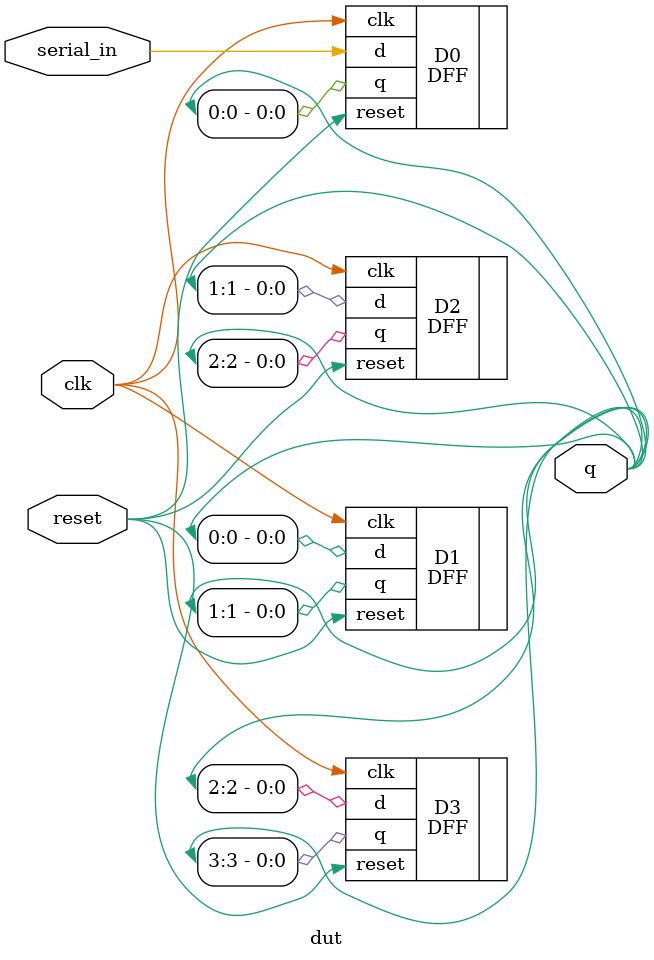
<source format=v>


module dut(
        input clk,reset,serial_in,
        output [3:0]q
);

DFF D0(.clk(clk),.reset(reset),.d(serial_in),.q(q[0]));
DFF D1(.clk(clk),.reset(reset),.d(q[0]),.q(q[1]));
DFF D2(.clk(clk),.reset(reset),.d(q[1]),.q(q[2]));
DFF D3(.clk(clk),.reset(reset),.d(q[2]),.q(q[3]));

endmodule
</source>
